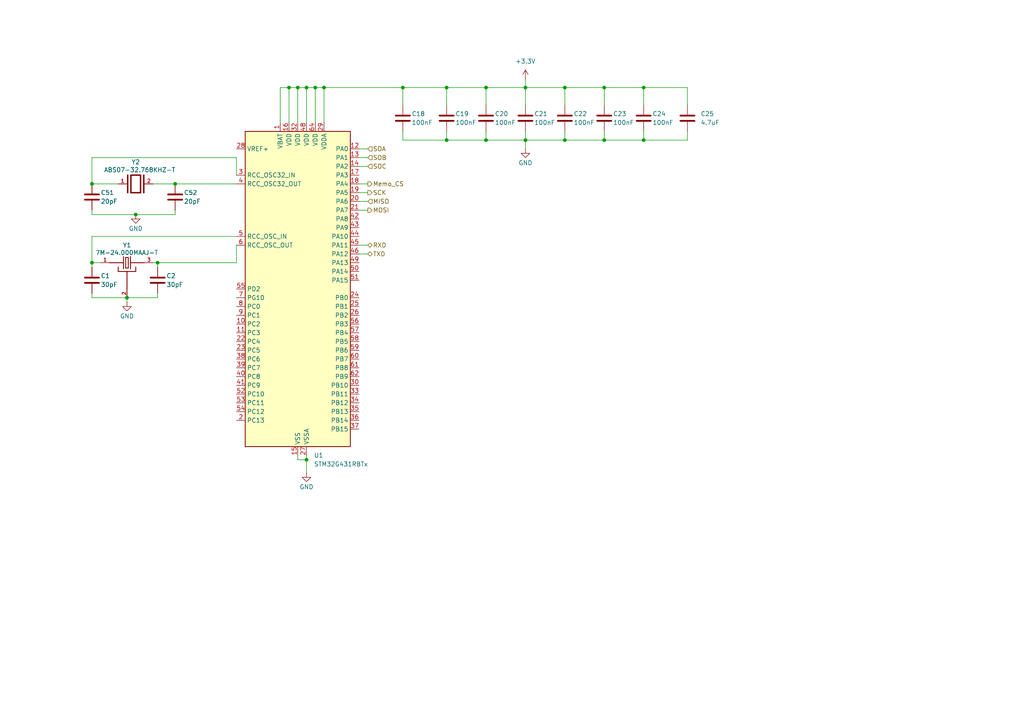
<source format=kicad_sch>
(kicad_sch (version 20250114) (generator "eeschema") (generator_version "9.0")
  (paper "A4")
  (lib_symbols
    (symbol "7M-24.000MAAJ-T:7M-24.000MAAJ-T" (pin_names (offset 1.016))
      (property "Reference" "Y" (at -11.4243 6.0899 0))
      (property "Value" "7M-24.000MAAJ-T" (at -11.4228 -11.4421 0))
      (symbol "7M-24.000MAAJ-T_0_0"
        (polyline (pts (xy -5.08 0) (xy -1.016 0)) (stroke (width 0.254)))
        (polyline (pts (xy -2.54 -1.27) (xy -2.54 -2.54)) (stroke (width 0.254)))
        (polyline (pts (xy -2.54 -2.54) (xy 0 -2.54)) (stroke (width 0.254)))
        (polyline (pts (xy -1.016 1.778) (xy -1.016 0)) (stroke (width 0.254)))
        (polyline (pts (xy -1.016 0) (xy -1.016 -1.778)) (stroke (width 0.254)))
        (polyline (pts (xy -0.381 1.524) (xy -0.381 -1.524)) (stroke (width 0.254)))
        (polyline (pts (xy -0.381 -1.524) (xy 0.381 -1.524)) (stroke (width 0.254)))
        (polyline (pts (xy 0 -2.54) (xy 0 -7.62)) (stroke (width 0.254)))
        (polyline (pts (xy 0 -2.54) (xy 2.54 -2.54)) (stroke (width 0.254)))
        (polyline (pts (xy 0.381 1.524) (xy -0.381 1.524)) (stroke (width 0.254)))
        (polyline (pts (xy 0.381 -1.524) (xy 0.381 1.524)) (stroke (width 0.254)))
        (polyline (pts (xy 1.016 1.778) (xy 1.016 0)) (stroke (width 0.254)))
        (polyline (pts (xy 1.016 0) (xy 1.016 -1.778)) (stroke (width 0.254)))
        (polyline (pts (xy 2.54 -2.54) (xy 2.54 -1.27)) (stroke (width 0.254)))
        (polyline (pts (xy 5.08 0) (xy 1.016 0)) (stroke (width 0.254)))
        (pin passive line (at -7.62 0 0) (length 2.54) (name "~") (number "1"))
        (pin passive line (at 0 -10.16 90) (length 2.54) (name "~") (number "2"))
        (pin passive line (at 0 -10.16 90) (length 2.54) (hide yes) (name "~") (number "4"))
        (pin passive line (at 7.62 0 180) (length 2.54) (name "~") (number "3"))
      )
    )
    (symbol "ABS07-32.768KHZ-T:ABS07-32.768KHZ-T" (pin_names (offset 1.016))
      (property "Reference" "Y" (at -5.0878 3.8159 0))
      (property "Value" "ABS07-32.768KHZ-T" (at -5.0944 -5.0944 0))
      (symbol "ABS07-32.768KHZ-T_0_0"
        (polyline (pts (xy -2.3368 2.54) (xy -2.3368 -2.54)) (stroke (width 0.4064)))
        (polyline (pts (xy -1.397 2.54) (xy -1.397 -2.54)) (stroke (width 0.4064)))
        (polyline (pts (xy -1.397 2.54) (xy 1.397 2.54)) (stroke (width 0.4064)))
        (polyline (pts (xy 1.397 2.54) (xy 1.397 -2.54)) (stroke (width 0.4064)))
        (polyline (pts (xy 1.397 -2.54) (xy -1.397 -2.54)) (stroke (width 0.4064)))
        (polyline (pts (xy 2.3368 2.54) (xy 2.3368 -2.54)) (stroke (width 0.4064)))
        (pin passive line (at -5.08 0 0) (length 2.54) (name "~") (number "1"))
        (pin passive line (at 5.08 0 180) (length 2.54) (name "~") (number "2"))
      )
    )
    (symbol "Device:C" (pin_numbers (hide yes)) (pin_names (offset 0.254))
      (property "Reference" "C" (at 0.635 2.54 0))
      (property "Value" "C" (at 0.635 -2.54 0))
      (symbol "C_0_1"
        (polyline (pts (xy -2.032 0.762) (xy 2.032 0.762)) (stroke (width 0.508)))
        (polyline (pts (xy -2.032 -0.762) (xy 2.032 -0.762)) (stroke (width 0.508)))
      )
      (symbol "C_1_1"
        (pin passive line (at 0 3.81 270) (length 2.794) (name "~") (number "1"))
        (pin passive line (at 0 -3.81 90) (length 2.794) (name "~") (number "2"))
      )
    )
    (symbol "MCU_ST_STM32G4:STM32G431RBTx"
      (property "Reference" "U1" (at 4.6833 -48.26 0))
      (property "Value" "STM32G431RBTx" (at 4.6833 -50.8 0))
      (symbol "STM32G431RBTx_0_1"
        (rectangle (start -15.24 -45.72) (end 15.24 45.72) (stroke (width 0.254)) (fill (type background)))
      )
      (symbol "STM32G431RBTx_1_1"
        (pin input line (at -17.78 40.64 0) (length 2.54) (name "VREF+") (number "28"))
        (pin bidirectional line (at -17.78 33.02 0) (length 2.54) (name "PC14") (number "3") (alternate "RCC_OSC32_IN" bidirectional line))
        (pin bidirectional line (at -17.78 30.48 0) (length 2.54) (name "PC15") (number "4") (alternate "RCC_OSC32_OUT" bidirectional line))
        (pin bidirectional line (at -17.78 15.24 0) (length 2.54) (name "PF0") (number "5") (alternate "RCC_OSC_IN" bidirectional line))
        (pin bidirectional line (at -17.78 12.7 0) (length 2.54) (name "PF1") (number "6") (alternate "RCC_OSC_OUT" bidirectional line))
        (pin bidirectional line (at -17.78 0 0) (length 2.54) (name "PD2") (number "55"))
        (pin bidirectional line (at -17.78 -2.54 0) (length 2.54) (name "PG10") (number "7"))
        (pin bidirectional line (at -17.78 -5.08 0) (length 2.54) (name "PC0") (number "8"))
        (pin bidirectional line (at -17.78 -7.62 0) (length 2.54) (name "PC1") (number "9"))
        (pin bidirectional line (at -17.78 -10.16 0) (length 2.54) (name "PC2") (number "10"))
        (pin bidirectional line (at -17.78 -12.7 0) (length 2.54) (name "PC3") (number "11"))
        (pin bidirectional line (at -17.78 -15.24 0) (length 2.54) (name "PC4") (number "22"))
        (pin bidirectional line (at -17.78 -17.78 0) (length 2.54) (name "PC5") (number "23"))
        (pin bidirectional line (at -17.78 -20.32 0) (length 2.54) (name "PC6") (number "38"))
        (pin bidirectional line (at -17.78 -22.86 0) (length 2.54) (name "PC7") (number "39"))
        (pin bidirectional line (at -17.78 -25.4 0) (length 2.54) (name "PC8") (number "40"))
        (pin bidirectional line (at -17.78 -27.94 0) (length 2.54) (name "PC9") (number "41"))
        (pin bidirectional line (at -17.78 -30.48 0) (length 2.54) (name "PC10") (number "52"))
        (pin bidirectional line (at -17.78 -33.02 0) (length 2.54) (name "PC11") (number "53"))
        (pin bidirectional line (at -17.78 -35.56 0) (length 2.54) (name "PC12") (number "54"))
        (pin bidirectional line (at -17.78 -38.1 0) (length 2.54) (name "PC13") (number "2"))
        (pin power_in line (at -5.08 48.26 270) (length 2.54) (name "VBAT") (number "1"))
        (pin power_in line (at -2.54 48.26 270) (length 2.54) (name "VDD") (number "16"))
        (pin power_in line (at 0 48.26 270) (length 2.54) (name "VDD") (number "32"))
        (pin power_in line (at 0 -48.26 90) (length 2.54) (name "VSS") (number "15"))
        (pin passive line (at 0 -48.26 90) (length 2.54) (hide yes) (name "VSS") (number "31"))
        (pin passive line (at 0 -48.26 90) (length 2.54) (hide yes) (name "VSS") (number "47"))
        (pin passive line (at 0 -48.26 90) (length 2.54) (hide yes) (name "VSS") (number "63"))
        (pin power_in line (at 2.54 48.26 270) (length 2.54) (name "VDD") (number "48"))
        (pin power_in line (at 2.54 -48.26 90) (length 2.54) (name "VSSA") (number "27"))
        (pin power_in line (at 5.08 48.26 270) (length 2.54) (name "VDD") (number "64"))
        (pin power_in line (at 7.62 48.26 270) (length 2.54) (name "VDDA") (number "29"))
        (pin bidirectional line (at 17.78 40.64 180) (length 2.54) (name "PA0") (number "12"))
        (pin bidirectional line (at 17.78 38.1 180) (length 2.54) (name "PA1") (number "13"))
        (pin bidirectional line (at 17.78 35.56 180) (length 2.54) (name "PA2") (number "14"))
        (pin bidirectional line (at 17.78 33.02 180) (length 2.54) (name "PA3") (number "17"))
        (pin bidirectional line (at 17.78 30.48 180) (length 2.54) (name "PA4") (number "18"))
        (pin bidirectional line (at 17.78 27.94 180) (length 2.54) (name "PA5") (number "19"))
        (pin bidirectional line (at 17.78 25.4 180) (length 2.54) (name "PA6") (number "20"))
        (pin bidirectional line (at 17.78 22.86 180) (length 2.54) (name "PA7") (number "21"))
        (pin bidirectional line (at 17.78 20.32 180) (length 2.54) (name "PA8") (number "42"))
        (pin bidirectional line (at 17.78 17.78 180) (length 2.54) (name "PA9") (number "43"))
        (pin bidirectional line (at 17.78 15.24 180) (length 2.54) (name "PA10") (number "44"))
        (pin bidirectional line (at 17.78 12.7 180) (length 2.54) (name "PA11") (number "45"))
        (pin bidirectional line (at 17.78 10.16 180) (length 2.54) (name "PA12") (number "46"))
        (pin bidirectional line (at 17.78 7.62 180) (length 2.54) (name "PA13") (number "49"))
        (pin bidirectional line (at 17.78 5.08 180) (length 2.54) (name "PA14") (number "50"))
        (pin bidirectional line (at 17.78 2.54 180) (length 2.54) (name "PA15") (number "51"))
        (pin bidirectional line (at 17.78 -2.54 180) (length 2.54) (name "PB0") (number "24"))
        (pin bidirectional line (at 17.78 -5.08 180) (length 2.54) (name "PB1") (number "25"))
        (pin bidirectional line (at 17.78 -7.62 180) (length 2.54) (name "PB2") (number "26"))
        (pin bidirectional line (at 17.78 -10.16 180) (length 2.54) (name "PB3") (number "56"))
        (pin bidirectional line (at 17.78 -12.7 180) (length 2.54) (name "PB4") (number "57"))
        (pin bidirectional line (at 17.78 -15.24 180) (length 2.54) (name "PB5") (number "58"))
        (pin bidirectional line (at 17.78 -17.78 180) (length 2.54) (name "PB6") (number "59"))
        (pin bidirectional line (at 17.78 -20.32 180) (length 2.54) (name "PB7") (number "60"))
        (pin bidirectional line (at 17.78 -22.86 180) (length 2.54) (name "PB8") (number "61"))
        (pin bidirectional line (at 17.78 -25.4 180) (length 2.54) (name "PB9") (number "62"))
        (pin bidirectional line (at 17.78 -27.94 180) (length 2.54) (name "PB10") (number "30"))
        (pin bidirectional line (at 17.78 -30.48 180) (length 2.54) (name "PB11") (number "33"))
        (pin bidirectional line (at 17.78 -33.02 180) (length 2.54) (name "PB12") (number "34"))
        (pin bidirectional line (at 17.78 -35.56 180) (length 2.54) (name "PB13") (number "35"))
        (pin bidirectional line (at 17.78 -38.1 180) (length 2.54) (name "PB14") (number "36"))
        (pin bidirectional line (at 17.78 -40.64 180) (length 2.54) (name "PB15") (number "37"))
      )
    )
    (symbol "power:+3.3V" (power) (pin_numbers (hide yes)) (pin_names (offset 0) (hide yes))
      (property "Value" "+3.3V" (at 0 3.556 0))
      (symbol "+3.3V_0_1"
        (polyline (pts (xy -0.762 1.27) (xy 0 2.54)))
        (polyline (pts (xy 0 2.54) (xy 0.762 1.27)))
        (polyline (pts (xy 0 0) (xy 0 2.54)))
      )
      (symbol "+3.3V_1_1"
        (pin power_in line (at 0 0 90) (length 0) (name "~") (number "1"))
      )
    )
    (symbol "power:GND" (power) (pin_numbers (hide yes)) (pin_names (offset 0) (hide yes))
      (property "Value" "GND" (at 0 -3.81 0))
      (symbol "GND_0_1"
        (polyline (pts (xy 0 0) (xy 0 -1.27) (xy 1.27 -1.27) (xy 0 -2.54) (xy -1.27 -1.27) (xy 0 -1.27)))
      )
      (symbol "GND_1_1"
        (pin power_in line (at 0 0 270) (length 0) (name "~") (number "1"))
      )
    )
  )
  (junction (at 186.69 40.64))
  (junction (at 93.98 25.4))
  (junction (at 140.97 25.4))
  (junction (at 45.72 76.2))
  (junction (at 163.83 40.64))
  (junction (at 140.97 40.64))
  (junction (at 129.54 40.64))
  (junction (at 88.9 133.35))
  (junction (at 36.83 86.36))
  (junction (at 50.8 53.34))
  (junction (at 186.69 25.4))
  (junction (at 152.4 25.4))
  (junction (at 88.9 25.4))
  (junction (at 86.36 25.4))
  (junction (at 83.82 25.4))
  (junction (at 175.26 25.4))
  (junction (at 26.67 76.2))
  (junction (at 163.83 25.4))
  (junction (at 26.67 53.34))
  (junction (at 91.44 25.4))
  (junction (at 116.84 25.4))
  (junction (at 129.54 25.4))
  (junction (at 39.37 62.23))
  (junction (at 175.26 40.64))
  (junction (at 152.4 40.64))
  (wire (pts (xy 140.97 40.64) (xy 152.4 40.64)))
  (wire (pts (xy 199.39 25.4) (xy 186.69 25.4)))
  (wire (pts (xy 50.8 60.96) (xy 50.8 62.23)))
  (wire (pts (xy 104.14 71.12) (xy 106.68 71.12)))
  (wire (pts (xy 116.84 25.4) (xy 129.54 25.4)))
  (wire (pts (xy 86.36 133.35) (xy 86.36 132.08)))
  (wire (pts (xy 44.45 53.34) (xy 50.8 53.34)))
  (wire (pts (xy 163.83 38.1) (xy 163.83 40.64)))
  (wire (pts (xy 104.14 55.88) (xy 106.68 55.88)))
  (wire (pts (xy 104.14 58.42) (xy 106.68 58.42)))
  (wire (pts (xy 83.82 25.4) (xy 86.36 25.4)))
  (wire (pts (xy 91.44 25.4) (xy 93.98 25.4)))
  (wire (pts (xy 199.39 38.1) (xy 199.39 40.64)))
  (wire (pts (xy 199.39 40.64) (xy 186.69 40.64)))
  (wire (pts (xy 140.97 25.4) (xy 140.97 30.48)))
  (wire (pts (xy 116.84 40.64) (xy 129.54 40.64)))
  (wire (pts (xy 81.28 35.56) (xy 81.28 25.4)))
  (wire (pts (xy 175.26 38.1) (xy 175.26 40.64)))
  (wire (pts (xy 93.98 25.4) (xy 93.98 35.56)))
  (wire (pts (xy 129.54 38.1) (xy 129.54 40.64)))
  (wire (pts (xy 36.83 86.36) (xy 36.83 87.63)))
  (wire (pts (xy 163.83 30.48) (xy 163.83 25.4)))
  (wire (pts (xy 104.14 48.26) (xy 106.68 48.26)))
  (wire (pts (xy 104.14 43.18) (xy 106.68 43.18)))
  (wire (pts (xy 26.67 86.36) (xy 36.83 86.36)))
  (wire (pts (xy 45.72 76.2) (xy 45.72 77.47)))
  (wire (pts (xy 86.36 25.4) (xy 86.36 35.56)))
  (wire (pts (xy 116.84 30.48) (xy 116.84 25.4)))
  (wire (pts (xy 45.72 76.2) (xy 68.58 76.2)))
  (wire (pts (xy 81.28 25.4) (xy 83.82 25.4)))
  (wire (pts (xy 140.97 38.1) (xy 140.97 40.64)))
  (wire (pts (xy 199.39 30.48) (xy 199.39 25.4)))
  (wire (pts (xy 26.67 85.09) (xy 26.67 86.36)))
  (wire (pts (xy 44.45 76.2) (xy 45.72 76.2)))
  (wire (pts (xy 88.9 133.35) (xy 88.9 132.08)))
  (wire (pts (xy 129.54 25.4) (xy 129.54 30.48)))
  (wire (pts (xy 86.36 133.35) (xy 88.9 133.35)))
  (wire (pts (xy 88.9 133.35) (xy 88.9 137.16)))
  (wire (pts (xy 26.67 60.96) (xy 26.67 62.23)))
  (wire (pts (xy 175.26 40.64) (xy 186.69 40.64)))
  (wire (pts (xy 104.14 45.72) (xy 106.68 45.72)))
  (wire (pts (xy 26.67 76.2) (xy 26.67 77.47)))
  (wire (pts (xy 68.58 76.2) (xy 68.58 71.12)))
  (wire (pts (xy 186.69 38.1) (xy 186.69 40.64)))
  (wire (pts (xy 26.67 53.34) (xy 26.67 45.72)))
  (wire (pts (xy 26.67 45.72) (xy 68.58 45.72)))
  (wire (pts (xy 175.26 25.4) (xy 163.83 25.4)))
  (wire (pts (xy 104.14 60.96) (xy 106.68 60.96)))
  (wire (pts (xy 104.14 53.34) (xy 106.68 53.34)))
  (wire (pts (xy 163.83 25.4) (xy 152.4 25.4)))
  (wire (pts (xy 129.54 40.64) (xy 140.97 40.64)))
  (wire (pts (xy 26.67 76.2) (xy 29.21 76.2)))
  (wire (pts (xy 86.36 25.4) (xy 88.9 25.4)))
  (wire (pts (xy 83.82 35.56) (xy 83.82 25.4)))
  (wire (pts (xy 91.44 25.4) (xy 91.44 35.56)))
  (wire (pts (xy 68.58 45.72) (xy 68.58 50.8)))
  (wire (pts (xy 140.97 25.4) (xy 152.4 25.4)))
  (wire (pts (xy 163.83 40.64) (xy 152.4 40.64)))
  (wire (pts (xy 104.14 73.66) (xy 106.68 73.66)))
  (wire (pts (xy 186.69 25.4) (xy 175.26 25.4)))
  (wire (pts (xy 26.67 68.58) (xy 68.58 68.58)))
  (wire (pts (xy 39.37 62.23) (xy 26.67 62.23)))
  (wire (pts (xy 152.4 38.1) (xy 152.4 40.64)))
  (wire (pts (xy 50.8 53.34) (xy 68.58 53.34)))
  (wire (pts (xy 88.9 25.4) (xy 91.44 25.4)))
  (wire (pts (xy 93.98 25.4) (xy 116.84 25.4)))
  (wire (pts (xy 45.72 86.36) (xy 45.72 85.09)))
  (wire (pts (xy 186.69 30.48) (xy 186.69 25.4)))
  (wire (pts (xy 88.9 25.4) (xy 88.9 35.56)))
  (wire (pts (xy 36.83 86.36) (xy 45.72 86.36)))
  (wire (pts (xy 50.8 62.23) (xy 39.37 62.23)))
  (wire (pts (xy 175.26 30.48) (xy 175.26 25.4)))
  (wire (pts (xy 152.4 25.4) (xy 152.4 30.48)))
  (wire (pts (xy 26.67 76.2) (xy 26.67 68.58)))
  (wire (pts (xy 26.67 53.34) (xy 34.29 53.34)))
  (wire (pts (xy 175.26 40.64) (xy 163.83 40.64)))
  (wire (pts (xy 152.4 22.86) (xy 152.4 25.4)))
  (wire (pts (xy 116.84 38.1) (xy 116.84 40.64)))
  (wire (pts (xy 152.4 40.64) (xy 152.4 43.18)))
  (wire (pts (xy 129.54 25.4) (xy 140.97 25.4)))
  (hierarchical_label "SOC" (shape input) (at 106.68 48.26 0))
  (hierarchical_label "RXD" (shape bidirectional) (at 106.68 71.12 0))
  (hierarchical_label "SOB" (shape input) (at 106.68 45.72 0))
  (hierarchical_label "TXD" (shape bidirectional) (at 106.68 73.66 0))
  (hierarchical_label "MOSI" (shape output) (at 106.68 60.96 0))
  (hierarchical_label "SCK" (shape output) (at 106.68 55.88 0))
  (hierarchical_label "MISO" (shape input) (at 106.68 58.42 0))
  (hierarchical_label "Memo_CS" (shape output) (at 106.68 53.34 0))
  (hierarchical_label "SOA" (shape input) (at 106.68 43.18 0))
  (symbol (lib_id "power:GND") (at 36.83 87.63 0) (unit 1)
    (property "Reference" "#PWR065" (effects (hide yes)))
    (property "Value" "GND" (at 36.83 91.694 0))
    (property "Description" "Power symbol creates a global label with name \"GND\" , ground" (effects (hide yes)))
  )
  (symbol (lib_id "power:GND") (at 88.9 137.16 0) (unit 1)
    (property "Reference" "#PWR03" (effects (hide yes)))
    (property "Value" "GND" (at 88.9 141.224 0))
    (property "Description" "Power symbol creates a global label with name \"GND\" , ground" (effects (hide yes)))
  )
  (symbol (lib_id "MCU_ST_STM32G4:STM32G431RBTx") (at 86.36 83.82 0) (unit 1)
    (property "Reference" "U1" (at 91.0433 132.08 0) (effects (justify left)))
    (property "Value" "STM32G431RBTx" (at 91.0433 134.62 0) (effects (justify left)))
    (property "Footprint" "Package_QFP:LQFP-64_10x10mm_P0.5mm" (effects (hide yes)))
    (property "Datasheet" "https://www.st.com/resource/en/datasheet/stm32g431rb.pdf" (effects (hide yes)))
    (property "Description" "STMicroelectronics Arm Cortex-M4 MCU, 128KB flash, 32KB RAM, 170 MHz, 1.71-3.6V, 52 GPIO, LQFP64" (effects (hide yes)))
    (property "Manufacturer" "ST" (effects (hide yes)))
    (property "Mfr. Part #" "STM32G431RBT6" (effects (hide yes)))
    (property "LCSC Part #" "C431633" (effects (hide yes)))
    (property "Supplier Link" "https://www.lcsc.com/product-detail/C431633.html?s_z=n_STM32G431rbt" (effects (hide yes)))
    (pin "4" (alternate "RCC_OSC32_OUT"))
    (pin "6" (alternate "RCC_OSC_OUT"))
    (pin "3" (alternate "RCC_OSC32_IN"))
    (pin "5" (alternate "RCC_OSC_IN"))
  )
  (symbol (lib_id "Device:C") (at 163.83 34.29 0) (unit 1)
    (property "Reference" "C22" (at 166.37 33.02 0) (effects (justify left)))
    (property "Value" "100nF" (at 166.37 35.56 0) (effects (justify left)))
    (property "Footprint" "Capacitor_SMD:C_0805_2012Metric" (effects (hide yes)))
    (property "Datasheet" "https://www.lcsc.com/datasheet/C28233.pdf" (effects (hide yes)))
    (property "Description" "Unpolarized capacitor" (effects (hide yes)))
    (property "LCSC_PN" "C28233" (effects (hide yes)))
    (property "MP" "CL21B104KCFNNNE" (effects (hide yes)))
    (property "Assembled" "Yes" (effects (hide yes)))
  )
  (symbol (lib_id "Device:C") (at 129.54 34.29 0) (unit 1)
    (property "Reference" "C19" (at 132.08 33.02 0) (effects (justify left)))
    (property "Value" "100nF" (at 132.08 35.56 0) (effects (justify left)))
    (property "Footprint" "Capacitor_SMD:C_0805_2012Metric" (effects (hide yes)))
    (property "Datasheet" "https://www.lcsc.com/datasheet/C28233.pdf" (effects (hide yes)))
    (property "Description" "Unpolarized capacitor" (effects (hide yes)))
    (property "LCSC_PN" "C28233" (effects (hide yes)))
    (property "MP" "CL21B104KCFNNNE" (effects (hide yes)))
    (property "Assembled" "Yes" (effects (hide yes)))
  )
  (symbol (lib_id "power:GND") (at 39.37 62.23 0) (unit 1)
    (property "Reference" "#PWR066" (effects (hide yes)))
    (property "Value" "GND" (at 39.37 66.294 0))
    (property "Description" "Power symbol creates a global label with name \"GND\" , ground" (effects (hide yes)))
  )
  (symbol (lib_id "Device:C") (at 199.39 34.29 0) (unit 1)
    (property "Reference" "C25" (at 203.2 33.0199 0) (effects (justify left)))
    (property "Value" "4.7uF" (at 203.2 35.5599 0) (effects (justify left)))
    (property "Footprint" "Capacitor_SMD:C_1206_3216Metric" (effects (hide yes)))
    (property "Datasheet" "https://www.lcsc.com/datasheet/C51205.pdf" (effects (hide yes)))
    (property "Description" "Unpolarized capacitor" (effects (hide yes)))
    (property "LCSC_PN" "C51205" (effects (hide yes)))
    (property "MP" "CL31B475KBHNNNE" (effects (hide yes)))
    (property "Assembled" "Yes" (effects (hide yes)))
  )
  (symbol (lib_id "Device:C") (at 26.67 81.28 0) (unit 1)
    (property "Reference" "C1" (at 29.21 80.01 0) (effects (justify left)))
    (property "Value" "30pF" (at 29.21 82.55 0) (effects (justify left)))
    (property "Footprint" "Capacitor_SMD:C_0603_1608Metric" (effects (hide yes)))
    (property "Datasheet" "https://www.lcsc.com/datasheet/C113797.pdf" (effects (hide yes)))
    (property "Description" "Unpolarized capacitor" (effects (hide yes)))
    (property "Assembled" "Yes" (effects (hide yes)))
    (property "LCSC_PN" "C113797" (effects (hide yes)))
    (property "MP" "CC0603JRNPO9BN300" (effects (hide yes)))
  )
  (symbol (lib_id "power:+3.3V") (at 152.4 22.86 0) (unit 1)
    (property "Reference" "#PWR02" (effects (hide yes)))
    (property "Value" "+3.3V" (at 152.4 17.78 0))
    (property "Description" "Power symbol creates a global label with name \"+3.3V\"" (effects (hide yes)))
  )
  (symbol (lib_id "Device:C") (at 175.26 34.29 0) (unit 1)
    (property "Reference" "C23" (at 177.8 33.02 0) (effects (justify left)))
    (property "Value" "100nF" (at 177.8 35.56 0) (effects (justify left)))
    (property "Footprint" "Capacitor_SMD:C_0805_2012Metric" (effects (hide yes)))
    (property "Datasheet" "https://www.lcsc.com/datasheet/C28233.pdf" (effects (hide yes)))
    (property "Description" "Unpolarized capacitor" (effects (hide yes)))
    (property "LCSC_PN" "C28233" (effects (hide yes)))
    (property "MP" "CL21B104KCFNNNE" (effects (hide yes)))
    (property "Assembled" "Yes" (effects (hide yes)))
  )
  (symbol (lib_id "ABS07-32.768KHZ-T:ABS07-32.768KHZ-T") (at 39.37 53.34 0) (unit 1)
    (property "Reference" "Y2" (at 39.37 46.99 0))
    (property "Value" "ABS07-32.768KHZ-T" (at 40.5153 49.2806 0))
    (property "Footprint" "BLDC_Motor_Driver_Components_Footprint:XTAL_ABS07-32.768KHZ-T" (effects (hide yes)))
    (property "Datasheet" "https://www.lcsc.com/datasheet/C130253.pdf" (effects (hide yes)))
    (property "Description" "Crystal 32.768kHz ±20ppm 12.5pF 70kΩ SMD3215-2P" (effects (hide yes)))
    (property "MF" "Abracon" (effects (hide yes)))
    (property "MAXIMUM_PACKAGE_HEIGHT" "0.9 mm" (effects (hide yes)))
    (property "Package" "SMD-2 Abracon LLC" (effects (hide yes)))
    (property "Price" "None" (effects (hide yes)))
    (property "Check_prices" "https://www.snapeda.com/parts/ABS07-32.768KHZ-T/Abracon/view-part/?ref=eda" (effects (hide yes)))
    (property "STANDARD" "Manufacturer Recommendations" (effects (hide yes)))
    (property "PARTREV" "08.19.15" (effects (hide yes)))
    (property "SnapEDA_Link" "https://www.snapeda.com/parts/ABS07-32.768KHZ-T/Abracon/view-part/?ref=snap" (effects (hide yes)))
    (property "MP" "ABS07-32.768KHZ-T" (effects (hide yes)))
    (property "Purchase-URL" "https://www.snapeda.com/api/url_track_click_mouser/?unipart_id=51000&manufacturer=Abracon&part_name=ABS07-32.768KHZ-T&search_term=abs07-32.768khz-t" (effects (hide yes)))
    (property "Description_1" "32.768 kHz ±20ppm Crystal 12.5pF 70 kOhms 2-SMD, No Lead" (effects (hide yes)))
    (property "Availability" "In Stock" (effects (hide yes)))
    (property "MANUFACTURER" "Abracon" (effects (hide yes)))
    (property "LCSC_PN" "C130253" (effects (hide yes)))
  )
  (symbol (lib_id "Device:C") (at 186.69 34.29 0) (unit 1)
    (property "Reference" "C24" (at 189.23 33.02 0) (effects (justify left)))
    (property "Value" "100nF" (at 189.23 35.56 0) (effects (justify left)))
    (property "Footprint" "Capacitor_SMD:C_0805_2012Metric" (effects (hide yes)))
    (property "Datasheet" "https://www.lcsc.com/datasheet/C28233.pdf" (effects (hide yes)))
    (property "Description" "Unpolarized capacitor" (effects (hide yes)))
    (property "LCSC_PN" "C28233" (effects (hide yes)))
    (property "MP" "CL21B104KCFNNNE" (effects (hide yes)))
    (property "Assembled" "Yes" (effects (hide yes)))
  )
  (symbol (lib_id "Device:C") (at 140.97 34.29 0) (unit 1)
    (property "Reference" "C20" (at 143.51 33.02 0) (effects (justify left)))
    (property "Value" "100nF" (at 143.51 35.56 0) (effects (justify left)))
    (property "Footprint" "Capacitor_SMD:C_0805_2012Metric" (effects (hide yes)))
    (property "Datasheet" "https://www.lcsc.com/datasheet/C28233.pdf" (effects (hide yes)))
    (property "Description" "Unpolarized capacitor" (effects (hide yes)))
    (property "LCSC_PN" "C28233" (effects (hide yes)))
    (property "MP" "CL21B104KCFNNNE" (effects (hide yes)))
    (property "Assembled" "Yes" (effects (hide yes)))
  )
  (symbol (lib_id "Device:C") (at 50.8 57.15 0) (unit 1)
    (property "Reference" "C52" (at 53.34 55.88 0) (effects (justify left)))
    (property "Value" "20pF" (at 53.34 58.42 0) (effects (justify left)))
    (property "Footprint" "Capacitor_SMD:C_0603_1608Metric" (effects (hide yes)))
    (property "Datasheet" "https://www.lcsc.com/datasheet/C1648.pdf" (effects (hide yes)))
    (property "Description" "Unpolarized capacitor" (effects (hide yes)))
    (property "Assembled" "Yes" (effects (hide yes)))
    (property "LCSC_PN" "C1648" (effects (hide yes)))
    (property "MP" "CL10C200JB8NNNC" (effects (hide yes)))
  )
  (symbol (lib_id "7M-24.000MAAJ-T:7M-24.000MAAJ-T") (at 36.83 76.2 0) (unit 1)
    (property "Reference" "Y1" (at 36.83 71.12 0))
    (property "Value" "7M-24.000MAAJ-T" (at 36.7863 73.273 0))
    (property "Footprint" "BLDC_Motor_Driver_Components_Footprint:XTAL_7M-24.000MAAJ-T" (effects (hide yes)))
    (property "Datasheet" "https://www.lcsc.com/datasheet/C2450233.pdf" (effects (hide yes)))
    (property "Description" "Crystal 24MHz ±30ppm 18pF 60Ω SMD3225-4P" (effects (hide yes)))
    (property "MF" "TXC CORPORATION" (effects (hide yes)))
    (property "Description_1" "24 MHz ±30ppm Crystal 18pF 50 Ohms 4-SMD, No Lead" (effects (hide yes)))
    (property "Package" "SMD-4 TXC" (effects (hide yes)))
    (property "Price" "None" (effects (hide yes)))
    (property "Check_prices" "https://www.snapeda.com/parts/7M-24.000MAAJ-T/TXC/view-part/?ref=eda" (effects (hide yes)))
    (property "STANDARD" "Manufacturer Recommendations" (effects (hide yes)))
    (property "SnapEDA_Link" "https://www.snapeda.com/parts/7M-24.000MAAJ-T/TXC/view-part/?ref=snap" (effects (hide yes)))
    (property "MP" "7M-24.000MAAJ-T" (effects (hide yes)))
    (property "Purchase-URL" "https://www.snapeda.com/api/url_track_click_mouser/?unipart_id=480252&manufacturer=TXC CORPORATION&part_name=7M-24.000MAAJ-T&search_term=txc 7m-24.000maaj-t" (effects (hide yes)))
    (property "Availability" "In Stock" (effects (hide yes)))
    (property "MANUFACTURER" "TXC" (effects (hide yes)))
    (property "LCSC_PN" "C2450233" (effects (hide yes)))
  )
  (symbol (lib_id "power:GND") (at 152.4 43.18 0) (unit 1)
    (property "Reference" "#PWR01" (effects (hide yes)))
    (property "Value" "GND" (at 152.4 47.244 0))
    (property "Description" "Power symbol creates a global label with name \"GND\" , ground" (effects (hide yes)))
  )
  (symbol (lib_id "Device:C") (at 116.84 34.29 0) (unit 1)
    (property "Reference" "C18" (at 119.38 33.02 0) (effects (justify left)))
    (property "Value" "100nF" (at 119.38 35.56 0) (effects (justify left)))
    (property "Footprint" "Capacitor_SMD:C_0805_2012Metric" (effects (hide yes)))
    (property "Datasheet" "https://www.lcsc.com/datasheet/C28233.pdf" (effects (hide yes)))
    (property "Description" "Unpolarized capacitor" (effects (hide yes)))
    (property "LCSC_PN" "C28233" (effects (hide yes)))
    (property "MP" "CL21B104KCFNNNE" (effects (hide yes)))
    (property "Assembled" "Yes" (effects (hide yes)))
  )
  (symbol (lib_id "Device:C") (at 152.4 34.29 0) (unit 1)
    (property "Reference" "C21" (at 154.94 33.02 0) (effects (justify left)))
    (property "Value" "100nF" (at 154.94 35.56 0) (effects (justify left)))
    (property "Footprint" "Capacitor_SMD:C_0805_2012Metric" (effects (hide yes)))
    (property "Datasheet" "https://www.lcsc.com/datasheet/C28233.pdf" (effects (hide yes)))
    (property "Description" "Unpolarized capacitor" (effects (hide yes)))
    (property "LCSC_PN" "C28233" (effects (hide yes)))
    (property "MP" "CL21B104KCFNNNE" (effects (hide yes)))
    (property "Assembled" "Yes" (effects (hide yes)))
  )
  (symbol (lib_id "Device:C") (at 26.67 57.15 0) (unit 1)
    (property "Reference" "C51" (at 29.21 55.88 0) (effects (justify left)))
    (property "Value" "20pF" (at 29.21 58.42 0) (effects (justify left)))
    (property "Footprint" "Capacitor_SMD:C_0603_1608Metric" (effects (hide yes)))
    (property "Datasheet" "https://www.lcsc.com/datasheet/C1648.pdf" (effects (hide yes)))
    (property "Description" "Unpolarized capacitor" (effects (hide yes)))
    (property "Assembled" "Yes" (effects (hide yes)))
    (property "LCSC_PN" "C1648" (effects (hide yes)))
    (property "MP" "CL10C200JB8NNNC" (effects (hide yes)))
  )
  (symbol (lib_id "Device:C") (at 45.72 81.28 0) (unit 1)
    (property "Reference" "C2" (at 48.26 80.01 0) (effects (justify left)))
    (property "Value" "30pF" (at 48.26 82.55 0) (effects (justify left)))
    (property "Footprint" "Capacitor_SMD:C_0603_1608Metric" (effects (hide yes)))
    (property "Datasheet" "https://www.lcsc.com/datasheet/C113797.pdf" (effects (hide yes)))
    (property "Description" "Unpolarized capacitor" (effects (hide yes)))
    (property "Assembled" "Yes" (effects (hide yes)))
    (property "LCSC_PN" "C113797" (effects (hide yes)))
    (property "MP" "CC0603JRNPO9BN300" (effects (hide yes)))
  )
)
</source>
